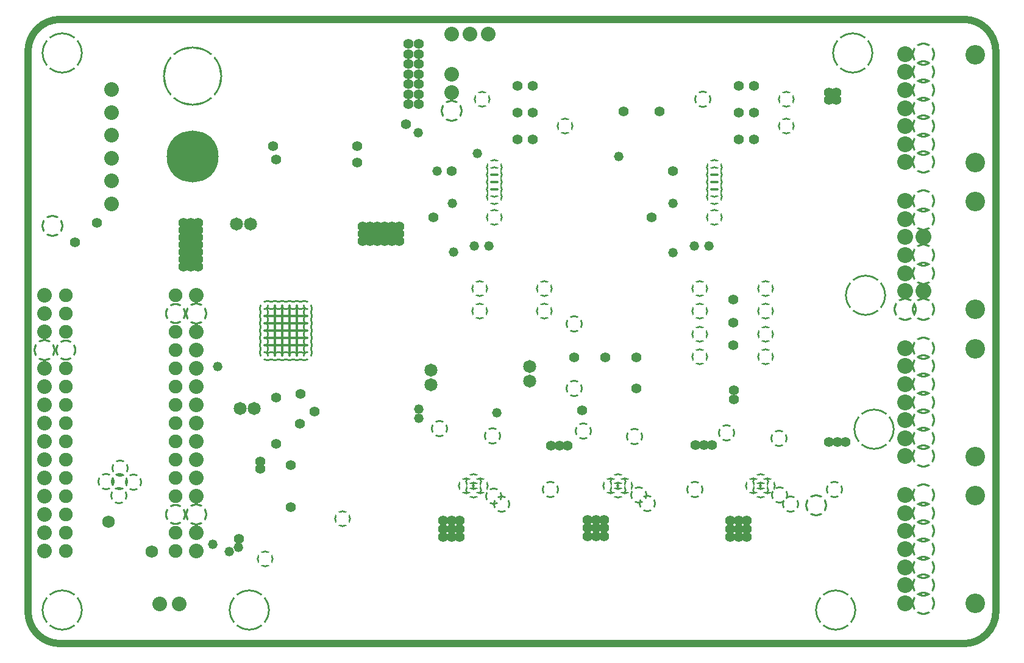
<source format=gbr>
%TF.GenerationSoftware,Altium Limited,Altium Designer,23.5.1 (21)*%
G04 Layer_Physical_Order=5*
G04 Layer_Color=128*
%FSLAX45Y45*%
%MOMM*%
%TF.SameCoordinates,77F376E6-C6B2-4CCA-B26E-6530BE00B4D6*%
%TF.FilePolarity,Negative*%
%TF.FileFunction,Copper,L5,Inr,Plane*%
%TF.Part,Single*%
G01*
G75*
%TA.AperFunction,ComponentPad*%
%ADD61C,2.03200*%
%TA.AperFunction,TestPad*%
%ADD62C,2.03200*%
%TA.AperFunction,NonConductor*%
%ADD66C,1.01600*%
%TA.AperFunction,ComponentPad*%
G04:AMPARAMS|DCode=67|XSize=2.3368mm|YSize=2.3368mm|CornerRadius=0mm|HoleSize=0mm|Usage=FLASHONLY|Rotation=0.000|XOffset=0mm|YOffset=0mm|HoleType=Round|Shape=Relief|Width=0.508mm|Gap=0.254mm|Entries=4|*
%AMTHD67*
7,0,0,2.33680,1.82880,0.50800,45*
%
%ADD67THD67*%
%ADD68C,2.03600*%
G04:AMPARAMS|DCode=69|XSize=3.052mm|YSize=3.052mm|CornerRadius=0mm|HoleSize=0mm|Usage=FLASHONLY|Rotation=0.000|XOffset=0mm|YOffset=0mm|HoleType=Round|Shape=Relief|Width=0.508mm|Gap=0.254mm|Entries=4|*
%AMTHD69*
7,0,0,3.05200,2.54400,0.50800,45*
%
%ADD69THD69*%
%ADD70C,1.81600*%
%ADD71C,1.91600*%
G04:AMPARAMS|DCode=72|XSize=2.932mm|YSize=2.932mm|CornerRadius=0mm|HoleSize=0mm|Usage=FLASHONLY|Rotation=0.000|XOffset=0mm|YOffset=0mm|HoleType=Round|Shape=Relief|Width=0.508mm|Gap=0.254mm|Entries=4|*
%AMTHD72*
7,0,0,2.93200,2.42400,0.50800,45*
%
%ADD72THD72*%
G04:AMPARAMS|DCode=73|XSize=5.732mm|YSize=5.732mm|CornerRadius=0mm|HoleSize=0mm|Usage=FLASHONLY|Rotation=0.000|XOffset=0mm|YOffset=0mm|HoleType=Round|Shape=Relief|Width=0.508mm|Gap=0.254mm|Entries=4|*
%AMTHD73*
7,0,0,5.73200,5.22400,0.50800,45*
%
%ADD73THD73*%
%ADD74C,2.71600*%
G04:AMPARAMS|DCode=75|XSize=3.232mm|YSize=3.232mm|CornerRadius=0mm|HoleSize=0mm|Usage=FLASHONLY|Rotation=0.000|XOffset=0mm|YOffset=0mm|HoleType=Round|Shape=Relief|Width=0.508mm|Gap=0.254mm|Entries=4|*
%AMTHD75*
7,0,0,3.23200,2.72400,0.50800,45*
%
%ADD75THD75*%
%ADD76C,2.21600*%
%ADD77C,7.21600*%
G04:AMPARAMS|DCode=78|XSize=8.232mm|YSize=8.232mm|CornerRadius=0mm|HoleSize=0mm|Usage=FLASHONLY|Rotation=0.000|XOffset=0mm|YOffset=0mm|HoleType=Round|Shape=Relief|Width=0.508mm|Gap=0.254mm|Entries=4|*
%AMTHD78*
7,0,0,8.23200,7.72400,0.50800,45*
%
%ADD78THD78*%
G04:AMPARAMS|DCode=79|XSize=3.048mm|YSize=3.048mm|CornerRadius=0mm|HoleSize=0mm|Usage=FLASHONLY|Rotation=0.000|XOffset=0mm|YOffset=0mm|HoleType=Round|Shape=Relief|Width=0.508mm|Gap=0.254mm|Entries=4|*
%AMTHD79*
7,0,0,3.04800,2.54000,0.50800,45*
%
%ADD79THD79*%
%TA.AperFunction,ViaPad*%
%ADD80C,1.39700*%
%ADD81C,1.32080*%
G04:AMPARAMS|DCode=82|XSize=2.413mm|YSize=2.413mm|CornerRadius=0mm|HoleSize=0mm|Usage=FLASHONLY|Rotation=0.000|XOffset=0mm|YOffset=0mm|HoleType=Round|Shape=Relief|Width=0.508mm|Gap=0.254mm|Entries=4|*
%AMTHD82*
7,0,0,2.41300,1.90500,0.50800,45*
%
%ADD82THD82*%
G04:AMPARAMS|DCode=83|XSize=2.3368mm|YSize=2.3368mm|CornerRadius=0mm|HoleSize=0mm|Usage=FLASHONLY|Rotation=0.000|XOffset=0mm|YOffset=0mm|HoleType=Round|Shape=Relief|Width=0.508mm|Gap=0.254mm|Entries=4|*
%AMTHD83*
7,0,0,2.33680,1.82880,0.50800,45*
%
%ADD83THD83*%
%ADD84C,1.72720*%
D61*
X8216900Y5867400D02*
D03*
X8483600D02*
D03*
D62*
X7543800Y12382500D02*
D03*
Y12065000D02*
D03*
Y12700000D02*
D03*
Y11430000D02*
D03*
Y13017500D02*
D03*
Y11747500D02*
D03*
D66*
X6832195Y13995401D02*
G03*
X6387696Y13550908I-5J-444494D01*
G01*
X19831050Y13550900D02*
G03*
X19386548Y13995399I-444500J0D01*
G01*
X19386549Y5314950D02*
G03*
X19831047Y5759447I1J444497D01*
G01*
X6387697Y5759458D02*
G03*
X6832195Y5314959I444497J-1D01*
G01*
X6387696Y13550908D02*
X6387697Y5759458D01*
X6832196Y13995401D02*
X19386549Y13995399D01*
X19831047Y5759447D02*
X19831050Y13550900D01*
X6832195Y5314959D02*
X19386549Y5314950D01*
D67*
X16660800Y7505700D02*
D03*
X16560800Y7565700D02*
D03*
Y7445700D02*
D03*
X16460800Y7505700D02*
D03*
X14479601D02*
D03*
X14579601Y7445700D02*
D03*
Y7565700D02*
D03*
X14679601Y7505700D02*
D03*
X12673000D02*
D03*
X12573000Y7565700D02*
D03*
Y7445700D02*
D03*
X12473000Y7505700D02*
D03*
D68*
X12268200Y13233400D02*
D03*
Y12979401D02*
D03*
Y13792200D02*
D03*
X12522200D02*
D03*
X12776200D02*
D03*
X6616700Y10160000D02*
D03*
Y9906000D02*
D03*
Y9652000D02*
D03*
Y9144000D02*
D03*
Y8890000D02*
D03*
Y8636000D02*
D03*
Y8382000D02*
D03*
Y8128000D02*
D03*
Y7874000D02*
D03*
Y7620000D02*
D03*
Y7366000D02*
D03*
Y7112000D02*
D03*
Y6858000D02*
D03*
Y6604000D02*
D03*
X8724900Y10160000D02*
D03*
Y9652000D02*
D03*
Y9398000D02*
D03*
Y9144000D02*
D03*
Y8890000D02*
D03*
Y8636000D02*
D03*
Y8382000D02*
D03*
Y8128000D02*
D03*
Y7874000D02*
D03*
Y7620000D02*
D03*
Y7366000D02*
D03*
Y6858000D02*
D03*
Y6604000D02*
D03*
D69*
X12268200Y12725400D02*
D03*
X6616700Y9398000D02*
D03*
X8724900Y9906000D02*
D03*
Y7112000D02*
D03*
D70*
X13358000Y8963900D02*
D03*
Y9163900D02*
D03*
X11988000Y8913900D02*
D03*
Y9113900D02*
D03*
X9479900Y11151400D02*
D03*
X9279900D02*
D03*
X9529900Y8581400D02*
D03*
X9329900D02*
D03*
D71*
X8432800Y10160000D02*
D03*
Y9652000D02*
D03*
Y9398000D02*
D03*
Y9144000D02*
D03*
Y8890000D02*
D03*
Y8636000D02*
D03*
Y8382000D02*
D03*
Y8128000D02*
D03*
Y7874000D02*
D03*
Y7620000D02*
D03*
Y7366000D02*
D03*
Y6858000D02*
D03*
Y6604000D02*
D03*
X6908800D02*
D03*
Y6858000D02*
D03*
Y7112000D02*
D03*
Y7366000D02*
D03*
Y7620000D02*
D03*
Y7874000D02*
D03*
Y8128000D02*
D03*
Y8382000D02*
D03*
Y8636000D02*
D03*
Y8890000D02*
D03*
Y9144000D02*
D03*
Y9652000D02*
D03*
Y9906000D02*
D03*
Y10160000D02*
D03*
D72*
X8432800Y9906000D02*
D03*
Y7112000D02*
D03*
X6908800Y9398000D02*
D03*
D73*
X18135600Y8293100D02*
D03*
X6858000Y13525500D02*
D03*
Y5778500D02*
D03*
X17843500Y13525500D02*
D03*
X17602200Y5778500D02*
D03*
X18021300Y10160000D02*
D03*
X9461500Y5778500D02*
D03*
D74*
X19545300Y7370249D02*
D03*
Y5872749D02*
D03*
Y11459647D02*
D03*
Y9962149D02*
D03*
Y9414949D02*
D03*
Y7917449D02*
D03*
Y13504347D02*
D03*
Y12006849D02*
D03*
D75*
X18822800Y5877749D02*
D03*
Y6127749D02*
D03*
Y6377749D02*
D03*
Y6627749D02*
D03*
Y6877749D02*
D03*
Y7127749D02*
D03*
Y7377749D02*
D03*
X18822803Y9967148D02*
D03*
Y10467147D02*
D03*
Y10717149D02*
D03*
Y11217148D02*
D03*
Y11467150D02*
D03*
X18572800Y9967148D02*
D03*
X18822800Y7922449D02*
D03*
Y8172449D02*
D03*
Y8422449D02*
D03*
Y8672449D02*
D03*
Y8922449D02*
D03*
Y9172449D02*
D03*
Y9422449D02*
D03*
X18822803Y12011848D02*
D03*
Y12261850D02*
D03*
Y12511847D02*
D03*
Y12761849D02*
D03*
Y13011845D02*
D03*
Y13261848D02*
D03*
Y13511850D02*
D03*
D76*
X18572800Y5877749D02*
D03*
Y6127749D02*
D03*
Y6377749D02*
D03*
Y6627749D02*
D03*
Y6877749D02*
D03*
Y7127749D02*
D03*
Y7377749D02*
D03*
X18822803Y10217150D02*
D03*
Y10967146D02*
D03*
X18572800Y10217150D02*
D03*
Y10467147D02*
D03*
Y10717149D02*
D03*
Y10967146D02*
D03*
Y11217148D02*
D03*
Y11467150D02*
D03*
Y7922449D02*
D03*
Y8172449D02*
D03*
Y8422449D02*
D03*
Y8672449D02*
D03*
Y8922449D02*
D03*
Y9172449D02*
D03*
Y9422449D02*
D03*
Y12011848D02*
D03*
Y12261850D02*
D03*
Y12511847D02*
D03*
Y12761849D02*
D03*
Y13011845D02*
D03*
Y13261848D02*
D03*
Y13511850D02*
D03*
D77*
X8674100Y12090400D02*
D03*
D78*
Y13208000D02*
D03*
D79*
X6725369Y11120947D02*
D03*
X17335500Y7239000D02*
D03*
D80*
X14833600Y8864600D02*
D03*
Y9296400D02*
D03*
X14401801D02*
D03*
X13970000D02*
D03*
X17614900Y12979401D02*
D03*
X14084300Y8562340D02*
D03*
X16192500Y8712200D02*
D03*
X10363200Y8540750D02*
D03*
X10160000Y8369300D02*
D03*
X14661018Y12714100D02*
D03*
X9318656Y6770378D02*
D03*
X9829800Y8737600D02*
D03*
X9832994Y8096250D02*
D03*
X10033000Y7213600D02*
D03*
X9613900Y7747000D02*
D03*
Y7848600D02*
D03*
X8750300Y10655300D02*
D03*
Y11163300D02*
D03*
Y10960100D02*
D03*
Y10858500D02*
D03*
Y10756900D02*
D03*
Y11061700D02*
D03*
Y10553700D02*
D03*
X8648700Y10655300D02*
D03*
Y11163300D02*
D03*
Y10960100D02*
D03*
Y10553700D02*
D03*
Y10756900D02*
D03*
Y11061700D02*
D03*
Y10858500D02*
D03*
X8547100Y10655300D02*
D03*
Y11163300D02*
D03*
Y11061700D02*
D03*
Y10553700D02*
D03*
Y10858500D02*
D03*
Y10756900D02*
D03*
Y10960100D02*
D03*
X12017000Y11240538D02*
D03*
X15051674D02*
D03*
X12268200Y11887200D02*
D03*
X15341600D02*
D03*
X15159425Y12714100D02*
D03*
X10172700Y8788400D02*
D03*
X16179800Y9461500D02*
D03*
Y9779000D02*
D03*
Y10096500D02*
D03*
X16192500Y8839200D02*
D03*
X13182600Y12329430D02*
D03*
X16256474Y12328758D02*
D03*
X13398500Y12329430D02*
D03*
X16472375Y12328758D02*
D03*
X16256474Y13067628D02*
D03*
X16472375D02*
D03*
Y12698193D02*
D03*
X16256474D02*
D03*
X11633200Y12541250D02*
D03*
X13182600Y12698865D02*
D03*
X13398500D02*
D03*
Y13068300D02*
D03*
X13182600D02*
D03*
X15887700Y8077500D02*
D03*
X9831566Y12047716D02*
D03*
X11544300Y10909300D02*
D03*
X11239500D02*
D03*
X11137900D02*
D03*
X11442700D02*
D03*
X11036300D02*
D03*
X11341100D02*
D03*
X10963201Y12007850D02*
D03*
X9791700Y12230100D02*
D03*
X10960100D02*
D03*
X10033000Y7797800D02*
D03*
X7035800Y10896600D02*
D03*
X7340600Y11163300D02*
D03*
X17513300Y8115300D02*
D03*
Y12979401D02*
D03*
X17614900Y12877800D02*
D03*
X17513300D02*
D03*
X16370300Y6908800D02*
D03*
X11442700Y11010900D02*
D03*
Y11112500D02*
D03*
X11341100D02*
D03*
Y11010900D02*
D03*
X11544300D02*
D03*
Y11112500D02*
D03*
X11137900Y11010900D02*
D03*
Y11112500D02*
D03*
X11036300D02*
D03*
Y11010900D02*
D03*
X11239500D02*
D03*
Y11112500D02*
D03*
X11671300Y12814301D02*
D03*
X12382500Y6794502D02*
D03*
X12153900D02*
D03*
Y6908802D02*
D03*
X14160500Y7035800D02*
D03*
X14274800Y6921500D02*
D03*
X14389101Y7035800D02*
D03*
X14274800D02*
D03*
Y6807200D02*
D03*
X14160500Y6921500D02*
D03*
Y6807200D02*
D03*
X14389101D02*
D03*
Y6921500D02*
D03*
X15659100Y8077500D02*
D03*
X15773399D02*
D03*
X16141701Y7023100D02*
D03*
X16256000D02*
D03*
X16370300D02*
D03*
X16256000Y6908800D02*
D03*
X16141701D02*
D03*
Y6794500D02*
D03*
X16256000D02*
D03*
X16370300D02*
D03*
X12153900Y7023102D02*
D03*
X12268200D02*
D03*
X12382500D02*
D03*
Y6908802D02*
D03*
X12268200D02*
D03*
Y6794502D02*
D03*
X13881100Y8064499D02*
D03*
X13652499D02*
D03*
X13766800D02*
D03*
X17741901Y8115300D02*
D03*
X17627600D02*
D03*
X11671300Y13373100D02*
D03*
Y13093700D02*
D03*
Y13233400D02*
D03*
Y13512801D02*
D03*
Y13652499D02*
D03*
Y12953999D02*
D03*
X11811000Y12814301D02*
D03*
Y12953999D02*
D03*
Y13652499D02*
D03*
Y13512801D02*
D03*
Y13373100D02*
D03*
Y13233400D02*
D03*
Y13093700D02*
D03*
D81*
Y8445500D02*
D03*
Y8572500D02*
D03*
X9180476Y6596593D02*
D03*
X9309100Y6654800D02*
D03*
X11810398Y12420600D02*
D03*
X12065000Y11887200D02*
D03*
X9017000Y9169400D02*
D03*
X8953500Y6692900D02*
D03*
X12901677Y8522957D02*
D03*
X12293600Y10756900D02*
D03*
X15343201Y10754676D02*
D03*
X15845799Y10846300D02*
D03*
X15642599D02*
D03*
X15342368Y11439393D02*
D03*
X12623800Y12128500D02*
D03*
X14594299Y12092400D02*
D03*
X12584600Y10846300D02*
D03*
X12787800D02*
D03*
X12284367Y11439393D02*
D03*
D82*
X13970770Y8859060D02*
D03*
Y9758611D02*
D03*
X15756860Y12881706D02*
D03*
X10121900Y9969500D02*
D03*
X7663700Y7754100D02*
D03*
X7652500Y7373100D02*
D03*
X7467600Y7569200D02*
D03*
X7848600Y7558000D02*
D03*
X7658100Y7563600D02*
D03*
X16090900Y8242300D02*
D03*
X16814799Y8166100D02*
D03*
X14097000Y8267700D02*
D03*
X14808200Y8191500D02*
D03*
X12103100Y8305800D02*
D03*
X12839700Y8204200D02*
D03*
X10223500Y9969500D02*
D03*
Y9867900D02*
D03*
X16979900Y7251700D02*
D03*
X13639799Y7457915D02*
D03*
X15646400D02*
D03*
X17590826D02*
D03*
X9715500Y9359900D02*
D03*
X9817100D02*
D03*
X10223500D02*
D03*
X10020300D02*
D03*
X9817100Y9969500D02*
D03*
X10020300Y9461500D02*
D03*
Y9563100D02*
D03*
X10223500Y9461500D02*
D03*
Y9563100D02*
D03*
X9817100Y9461500D02*
D03*
Y9563100D02*
D03*
X10223500Y9766300D02*
D03*
Y9664700D02*
D03*
X10020300Y9867900D02*
D03*
Y9766300D02*
D03*
Y9664700D02*
D03*
Y9969500D02*
D03*
X9817100Y9867900D02*
D03*
Y9766300D02*
D03*
Y9664700D02*
D03*
X10121900Y9359900D02*
D03*
X9918700Y9766300D02*
D03*
Y9664700D02*
D03*
X10121900Y9563100D02*
D03*
Y9766300D02*
D03*
Y9664700D02*
D03*
Y9461500D02*
D03*
Y9867900D02*
D03*
X9715500Y9664700D02*
D03*
Y9766300D02*
D03*
Y9563100D02*
D03*
Y9461500D02*
D03*
X9918700Y9969500D02*
D03*
X9715500D02*
D03*
X9918700Y9563100D02*
D03*
Y9359900D02*
D03*
Y9461500D02*
D03*
X9715500Y9867900D02*
D03*
X9918700D02*
D03*
X14986000Y7264400D02*
D03*
X14871700Y7378700D02*
D03*
X12852400Y7366000D02*
D03*
X12966701Y7251700D02*
D03*
X16827499Y7378700D02*
D03*
D83*
X9677400Y6489700D02*
D03*
X10756643Y7048285D02*
D03*
X13558450Y10255750D02*
D03*
Y9938250D02*
D03*
X12658900Y10255750D02*
D03*
Y9938250D02*
D03*
X15716901Y10255750D02*
D03*
Y9938250D02*
D03*
Y9620750D02*
D03*
Y9303250D02*
D03*
X16632326D02*
D03*
Y9620750D02*
D03*
Y9938250D02*
D03*
Y10255750D02*
D03*
X16922365Y12512227D02*
D03*
Y12881705D02*
D03*
X13848489Y12512877D02*
D03*
X12698860Y12882314D02*
D03*
X15923100Y11239500D02*
D03*
Y11531600D02*
D03*
Y11633200D02*
D03*
Y11734800D02*
D03*
Y11836400D02*
D03*
Y11938000D02*
D03*
X12865100Y11239500D02*
D03*
Y11531600D02*
D03*
Y11633200D02*
D03*
Y11734800D02*
D03*
Y11836400D02*
D03*
Y11938000D02*
D03*
D84*
X7505700Y7010400D02*
D03*
X8102600Y6591300D02*
D03*
%TF.MD5,c5b58ff55532fb9ce6faa9d11129206f*%
M02*

</source>
